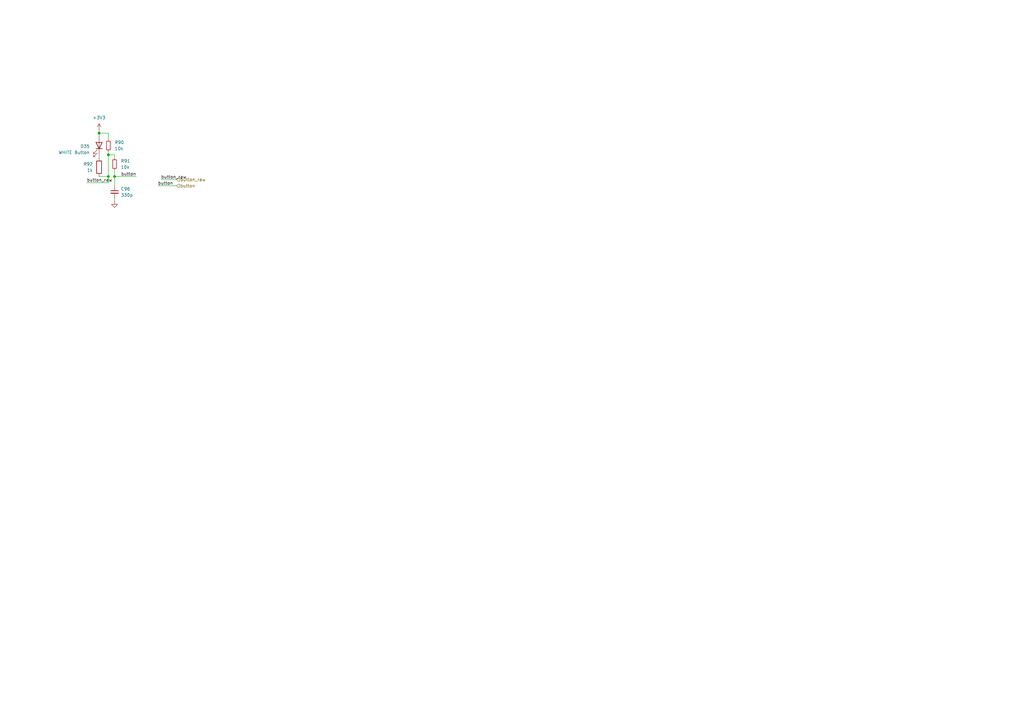
<source format=kicad_sch>
(kicad_sch (version 20231120) (generator "eeschema") (generator_version "8.0")
  (paper "A3")
  (title_block (title "VCU") (date "2025-06-29") (rev "3.0") (company "NTURacing") (comment 1 " 郭哲明 Jack Kuo, Jerrymk, ML Tsou") (comment 2 "Electrical group"))
  (lib_symbols
    (symbol "Device:C_Small" (pin_numbers hide) (pin_names (offset 0.254) hide)
      (property "Reference" "C" (at 0.254 1.778 0))
      (property "Value" "C_Small" (at 0.254 -2.032 0))
      (symbol "C_Small_0_1"
        (polyline (pts (xy -1.524 -0.508) (xy 1.524 -0.508)) (stroke (width 0.3302)))
        (polyline (pts (xy -1.524 0.508) (xy 1.524 0.508)) (stroke (width 0.3048)))
      )
      (symbol "C_Small_1_1"
        (pin passive line (at 0 2.54 270) (length 2.032) (name "~") (number "1"))
        (pin passive line (at 0 -2.54 90) (length 2.032) (name "~") (number "2"))
      )
    )
    (symbol "Device:LED" (pin_numbers hide) (pin_names (offset 1.016) hide)
      (property "Reference" "D" (at 0 2.54 0))
      (property "Value" "LED" (at 0 -2.54 0))
      (symbol "LED_0_1"
        (polyline (pts (xy -1.27 -1.27) (xy -1.27 1.27)) (stroke (width 0.254)))
        (polyline (pts (xy -1.27 0) (xy 1.27 0)))
        (polyline (pts (xy 1.27 -1.27) (xy 1.27 1.27) (xy -1.27 0) (xy 1.27 -1.27)) (stroke (width 0.254)))
        (polyline (pts (xy -3.048 -0.762) (xy -4.572 -2.286) (xy -3.81 -2.286) (xy -4.572 -2.286) (xy -4.572 -1.524)))
        (polyline (pts (xy -1.778 -0.762) (xy -3.302 -2.286) (xy -2.54 -2.286) (xy -3.302 -2.286) (xy -3.302 -1.524)))
      )
      (symbol "LED_1_1"
        (pin passive line (at -3.81 0 0) (length 2.54) (name "K") (number "1"))
        (pin passive line (at 3.81 0 180) (length 2.54) (name "A") (number "2"))
      )
    )
    (symbol "Device:R" (pin_numbers hide) (pin_names (offset 0))
      (property "Reference" "R" (at 2.032 0 90))
      (property "Value" "R" (at 0 0 90))
      (symbol "R_0_1"
        (rectangle (start -1.016 -2.54) (end 1.016 2.54) (stroke (width 0.254)))
      )
      (symbol "R_1_1"
        (pin passive line (at 0 3.81 270) (length 1.27) (name "~") (number "1"))
        (pin passive line (at 0 -3.81 90) (length 1.27) (name "~") (number "2"))
      )
    )
    (symbol "Device:R_Small" (pin_numbers hide) (pin_names (offset 0.254) hide)
      (property "Reference" "R" (at 0.762 0.508 0))
      (property "Value" "R_Small" (at 0.762 -1.016 0))
      (symbol "R_Small_0_1"
        (rectangle (start -0.762 1.778) (end 0.762 -1.778) (stroke (width 0.2032)))
      )
      (symbol "R_Small_1_1"
        (pin passive line (at 0 2.54 270) (length 0.762) (name "~") (number "1"))
        (pin passive line (at 0 -2.54 90) (length 0.762) (name "~") (number "2"))
      )
    )
    (symbol "power:+3V3" (power) (pin_numbers hide) (pin_names (offset 0) hide)
      (property "Value" "+3V3" (at 0 3.556 0))
      (symbol "+3V3_0_1"
        (polyline (pts (xy -0.762 1.27) (xy 0 2.54)))
        (polyline (pts (xy 0 0) (xy 0 2.54)))
        (polyline (pts (xy 0 2.54) (xy 0.762 1.27)))
      )
      (symbol "+3V3_1_1"
        (pin power_in line (at 0 0 90) (length 0) (name "~") (number "1"))
      )
    )
    (symbol "power:GND" (power) (pin_numbers hide) (pin_names (offset 0) hide)
      (property "Value" "GND" (at 0 -3.81 0))
      (symbol "GND_0_1"
        (polyline (pts (xy 0 0) (xy 0 -1.27) (xy 1.27 -1.27) (xy 0 -2.54) (xy -1.27 -1.27) (xy 0 -1.27)))
      )
      (symbol "GND_1_1"
        (pin power_in line (at 0 0 270) (length 0) (name "~") (number "1"))
      )
    )
  )
  (junction (at 44.45 63.5))
  (junction (at 46.99 72.39))
  (junction (at 44.45 72.39))
  (junction (at 40.64 54.61))
  (wire (pts (xy 46.99 63.5) (xy 46.99 64.77)))
  (wire (pts (xy 64.77 76.2) (xy 72.39 76.2)))
  (wire (pts (xy 46.99 82.55) (xy 46.99 81.28)))
  (wire (pts (xy 40.64 54.61) (xy 40.64 55.88)))
  (wire (pts (xy 66.04 73.66) (xy 72.39 73.66)))
  (wire (pts (xy 46.99 69.85) (xy 46.99 72.39)))
  (wire (pts (xy 40.64 53.34) (xy 40.64 54.61)))
  (wire (pts (xy 44.45 63.5) (xy 44.45 72.39)))
  (wire (pts (xy 44.45 54.61) (xy 40.64 54.61)))
  (wire (pts (xy 44.45 62.23) (xy 44.45 63.5)))
  (wire (pts (xy 55.88 72.39) (xy 46.99 72.39)))
  (wire (pts (xy 46.99 63.5) (xy 44.45 63.5)))
  (wire (pts (xy 44.45 57.15) (xy 44.45 54.61)))
  (wire (pts (xy 44.45 74.93) (xy 44.45 72.39)))
  (wire (pts (xy 40.64 72.39) (xy 44.45 72.39)))
  (wire (pts (xy 46.99 72.39) (xy 46.99 76.2)))
  (wire (pts (xy 35.56 74.93) (xy 44.45 74.93)))
  (wire (pts (xy 40.64 64.77) (xy 40.64 63.5)))
  (label "button_raw" (at 66.04 73.66 0))
  (label "button" (at 64.77 76.2 0))
  (label "button_raw" (at 35.56 74.93 0))
  (label "button" (at 55.88 72.39 180))
  (hierarchical_label "button" (shape input) (at 72.39 76.2 0))
  (hierarchical_label "button_raw" (shape input) (at 72.39 73.66 0))
  (symbol (lib_id "Device:R_Small") (at 44.45 59.69 180) (unit 1)
    (property "Reference" "R90" (at 46.99 58.42 0) (effects (justify right)))
    (property "Value" "10k" (at 46.99 60.96 0) (effects (justify right)))
    (property "Footprint" "Resistor_SMD:R_0402_1005Metric" (effects (hide yes)))
    (property "Description" "Resistor, small symbol" (effects (hide yes)))
    (instances (project "VCU" (path "" (reference "R90") (unit 1)) (path "" (reference "R107") (unit 1)) (path "" (reference "R55") (unit 1)) (path "" (reference "R84") (unit 1)) (path "" (reference "R81") (unit 1)) (path "" (reference "R93") (unit 1)) (path "" (reference "R87") (unit 1))))
  )
  (symbol (lib_id "power:+3V3") (at 40.64 53.34 0) (unit 1)
    (property "Reference" "#PWR0189" (effects (hide yes)))
    (property "Value" "+3V3" (at 40.64 48.26 0))
    (property "Description" "Power symbol creates a global label with name \"+3V3\"" (effects (hide yes)))
    (instances (project "VCU" (path "" (reference "#PWR0189") (unit 1)) (path "" (reference "#PWR0206") (unit 1)) (path "" (reference "#PWR085") (unit 1)) (path "" (reference "#PWR0185") (unit 1)) (path "" (reference "#PWR0135") (unit 1)) (path "" (reference "#PWR0191") (unit 1)) (path "" (reference "#PWR0187") (unit 1))))
  )
  (symbol (lib_id "Device:R_Small") (at 46.99 67.31 180) (unit 1)
    (property "Reference" "R91" (at 49.53 66.04 0) (effects (justify right)))
    (property "Value" "10k" (at 49.53 68.58 0) (effects (justify right)))
    (property "Footprint" "Resistor_SMD:R_0402_1005Metric" (effects (hide yes)))
    (property "Description" "Resistor, small symbol" (effects (hide yes)))
    (instances (project "VCU" (path "" (reference "R91") (unit 1)) (path "" (reference "R108") (unit 1)) (path "" (reference "R57") (unit 1)) (path "" (reference "R85") (unit 1)) (path "" (reference "R82") (unit 1)) (path "" (reference "R94") (unit 1)) (path "" (reference "R88") (unit 1))))
  )
  (symbol (lib_id "Device:R") (at 40.64 68.58 0) (mirror y) (unit 1)
    (property "Reference" "R92" (at 38.1 67.31 0) (effects (justify left)))
    (property "Value" "1k" (at 38.1 69.85 0) (effects (justify left)))
    (property "Footprint" "Resistor_SMD:R_0402_1005Metric" (effects (hide yes)))
    (property "Description" "Resistor" (effects (hide yes)))
    (instances (project "VCU" (path "" (reference "R92") (unit 1)) (path "" (reference "R109") (unit 1)) (path "" (reference "R58") (unit 1)) (path "" (reference "R86") (unit 1)) (path "" (reference "R83") (unit 1)) (path "" (reference "R95") (unit 1)) (path "" (reference "R89") (unit 1))))
  )
  (symbol (lib_id "power:GND") (at 46.99 82.55 0) (unit 1)
    (property "Reference" "#PWR0190" (effects (hide yes)))
    (property "Value" "GND" (effects (hide yes)))
    (property "Description" "Power symbol creates a global label with name \"GND\" , ground" (effects (hide yes)))
    (instances (project "VCU" (path "" (reference "#PWR0190") (unit 1)) (path "" (reference "#PWR0207") (unit 1)) (path "" (reference "#PWR0113") (unit 1)) (path "" (reference "#PWR0186") (unit 1)) (path "" (reference "#PWR0184") (unit 1)) (path "" (reference "#PWR0192") (unit 1)) (path "" (reference "#PWR0188") (unit 1))))
  )
  (symbol (lib_id "Device:LED") (at 40.64 59.69 270) (mirror x) (unit 1)
    (property "Reference" "D35" (at 36.83 60.0075 90) (effects (justify right)))
    (property "Value" "WHITE Button" (at 36.83 62.5475 90) (effects (justify right)))
    (property "Footprint" "LED_SMD:LED_0603_1608Metric" (effects (hide yes)))
    (property "Description" "Light emitting diode" (effects (hide yes)))
    (instances (project "VCU" (path "" (reference "D35") (unit 1)) (path "" (reference "D37") (unit 1)) (path "" (reference "D15") (unit 1)) (path "" (reference "D33") (unit 1)) (path "" (reference "D20") (unit 1)) (path "" (reference "D36") (unit 1)) (path "" (reference "D34") (unit 1))))
  )
  (symbol (lib_id "Device:C_Small") (at 46.99 78.74 0) (unit 1)
    (property "Reference" "C96" (at 49.53 77.4763 0) (effects (justify left)))
    (property "Value" "330p" (at 49.53 80.0163 0) (effects (justify left)))
    (property "Footprint" "Capacitor_SMD:C_0402_1005Metric" (effects (hide yes)))
    (property "Description" "Unpolarized capacitor, small symbol" (effects (hide yes)))
    (instances (project "VCU" (path "" (reference "C96") (unit 1)) (path "" (reference "C101") (unit 1)) (path "" (reference "C68") (unit 1)) (path "" (reference "C72") (unit 1)) (path "" (reference "C71") (unit 1)) (path "" (reference "C97") (unit 1)) (path "" (reference "C95") (unit 1))))
  )
)
</source>
